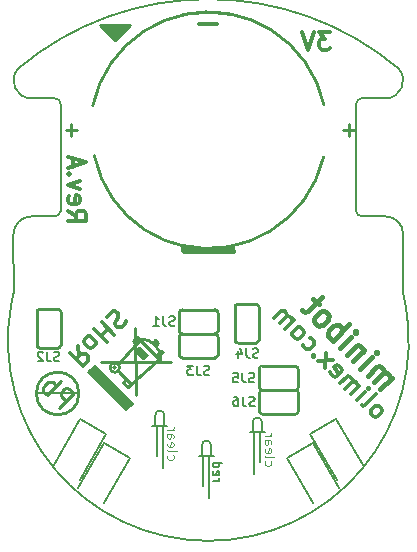
<source format=gbr>
G04 #@! TF.GenerationSoftware,KiCad,Pcbnew,5.0.0-rc2-dev-unknown-6866c0c~65~ubuntu18.04.1*
G04 #@! TF.CreationDate,2018-05-11T09:14:19+03:00*
G04 #@! TF.ProjectId,MiniBot_RevA,4D696E69426F745F526576412E6B6963,rev?*
G04 #@! TF.SameCoordinates,Original*
G04 #@! TF.FileFunction,Legend,Bot*
G04 #@! TF.FilePolarity,Positive*
%FSLAX46Y46*%
G04 Gerber Fmt 4.6, Leading zero omitted, Abs format (unit mm)*
G04 Created by KiCad (PCBNEW 5.0.0-rc2-dev-unknown-6866c0c~65~ubuntu18.04.1) date Fri May 11 09:14:19 2018*
%MOMM*%
%LPD*%
G01*
G04 APERTURE LIST*
%ADD10C,0.200000*%
%ADD11C,0.120000*%
%ADD12C,0.150000*%
%ADD13C,0.450000*%
%ADD14C,0.300000*%
%ADD15C,0.254000*%
%ADD16C,0.400000*%
%ADD17C,0.127000*%
G04 APERTURE END LIST*
D10*
X103768000Y-63905200D02*
G75*
G02X104530000Y-63905200I381000J0D01*
G01*
X104530000Y-63905200D02*
X104530000Y-64794200D01*
X103768000Y-64667200D02*
X103768000Y-63905200D01*
D11*
X96560790Y-66730828D02*
X96522695Y-66807019D01*
X96522695Y-66959400D01*
X96560790Y-67035590D01*
X96598885Y-67073685D01*
X96675076Y-67111780D01*
X96903647Y-67111780D01*
X96979838Y-67073685D01*
X97017933Y-67035590D01*
X97056028Y-66959400D01*
X97056028Y-66807019D01*
X97017933Y-66730828D01*
X96522695Y-66273685D02*
X96560790Y-66349876D01*
X96636980Y-66387971D01*
X97322695Y-66387971D01*
X96560790Y-65664161D02*
X96522695Y-65740352D01*
X96522695Y-65892733D01*
X96560790Y-65968923D01*
X96636980Y-66007019D01*
X96941742Y-66007019D01*
X97017933Y-65968923D01*
X97056028Y-65892733D01*
X97056028Y-65740352D01*
X97017933Y-65664161D01*
X96941742Y-65626066D01*
X96865552Y-65626066D01*
X96789361Y-66007019D01*
X96522695Y-64940352D02*
X96941742Y-64940352D01*
X97017933Y-64978447D01*
X97056028Y-65054638D01*
X97056028Y-65207019D01*
X97017933Y-65283209D01*
X96560790Y-64940352D02*
X96522695Y-65016542D01*
X96522695Y-65207019D01*
X96560790Y-65283209D01*
X96636980Y-65321304D01*
X96713171Y-65321304D01*
X96789361Y-65283209D01*
X96827457Y-65207019D01*
X96827457Y-65016542D01*
X96865552Y-64940352D01*
X96522695Y-64559400D02*
X97056028Y-64559400D01*
X96903647Y-64559400D02*
X96979838Y-64521304D01*
X97017933Y-64483209D01*
X97056028Y-64407019D01*
X97056028Y-64330828D01*
X104815790Y-67238828D02*
X104777695Y-67315019D01*
X104777695Y-67467400D01*
X104815790Y-67543590D01*
X104853885Y-67581685D01*
X104930076Y-67619780D01*
X105158647Y-67619780D01*
X105234838Y-67581685D01*
X105272933Y-67543590D01*
X105311028Y-67467400D01*
X105311028Y-67315019D01*
X105272933Y-67238828D01*
X104777695Y-66781685D02*
X104815790Y-66857876D01*
X104891980Y-66895971D01*
X105577695Y-66895971D01*
X104815790Y-66172161D02*
X104777695Y-66248352D01*
X104777695Y-66400733D01*
X104815790Y-66476923D01*
X104891980Y-66515019D01*
X105196742Y-66515019D01*
X105272933Y-66476923D01*
X105311028Y-66400733D01*
X105311028Y-66248352D01*
X105272933Y-66172161D01*
X105196742Y-66134066D01*
X105120552Y-66134066D01*
X105044361Y-66515019D01*
X104777695Y-65448352D02*
X105196742Y-65448352D01*
X105272933Y-65486447D01*
X105311028Y-65562638D01*
X105311028Y-65715019D01*
X105272933Y-65791209D01*
X104815790Y-65448352D02*
X104777695Y-65524542D01*
X104777695Y-65715019D01*
X104815790Y-65791209D01*
X104891980Y-65829304D01*
X104968171Y-65829304D01*
X105044361Y-65791209D01*
X105082457Y-65715019D01*
X105082457Y-65524542D01*
X105120552Y-65448352D01*
X104777695Y-65067400D02*
X105311028Y-65067400D01*
X105158647Y-65067400D02*
X105234838Y-65029304D01*
X105272933Y-64991209D01*
X105311028Y-64915019D01*
X105311028Y-64838828D01*
D12*
X100383495Y-68883504D02*
X100916828Y-68883504D01*
X100764447Y-68883504D02*
X100840638Y-68845409D01*
X100878733Y-68807314D01*
X100916828Y-68731123D01*
X100916828Y-68654933D01*
X100421590Y-68083504D02*
X100383495Y-68159695D01*
X100383495Y-68312076D01*
X100421590Y-68388266D01*
X100497780Y-68426361D01*
X100802542Y-68426361D01*
X100878733Y-68388266D01*
X100916828Y-68312076D01*
X100916828Y-68159695D01*
X100878733Y-68083504D01*
X100802542Y-68045409D01*
X100726352Y-68045409D01*
X100650161Y-68426361D01*
X100383495Y-67359695D02*
X101183495Y-67359695D01*
X100421590Y-67359695D02*
X100383495Y-67435885D01*
X100383495Y-67588266D01*
X100421590Y-67664457D01*
X100459685Y-67702552D01*
X100535876Y-67740647D01*
X100764447Y-67740647D01*
X100840638Y-67702552D01*
X100878733Y-67664457D01*
X100916828Y-67588266D01*
X100916828Y-67435885D01*
X100878733Y-67359695D01*
D10*
X103895000Y-64794200D02*
X103895000Y-68350200D01*
X104784000Y-64794200D02*
X103514000Y-64794200D01*
X104403000Y-64794200D02*
X104403000Y-67334200D01*
X96529000Y-64210000D02*
X95259000Y-64210000D01*
X96148000Y-64210000D02*
X96148000Y-67766000D01*
X96275000Y-63321000D02*
X96275000Y-64210000D01*
X95513000Y-63321000D02*
G75*
G02X96275000Y-63321000I381000J0D01*
G01*
X95640000Y-64210000D02*
X95640000Y-66750000D01*
X95513000Y-64083000D02*
X95513000Y-63321000D01*
X99577000Y-66750000D02*
X99577000Y-69290000D01*
X100085000Y-66750000D02*
X100085000Y-70306000D01*
X99450000Y-65861000D02*
G75*
G02X100212000Y-65861000I381000J0D01*
G01*
X100212000Y-65861000D02*
X100212000Y-66750000D01*
X99450000Y-66623000D02*
X99450000Y-65861000D01*
X100466000Y-66750000D02*
X99196000Y-66750000D01*
D13*
X114575026Y-61081952D02*
X115517835Y-60139143D01*
X115383148Y-60273830D02*
X115389882Y-60145878D01*
X115336007Y-59957316D01*
X115154180Y-59775488D01*
X114965618Y-59721614D01*
X114770322Y-59795692D01*
X114029544Y-60536470D01*
X114770322Y-59795692D02*
X114844400Y-59600395D01*
X114790525Y-59411834D01*
X114608698Y-59230006D01*
X114420136Y-59176131D01*
X114224840Y-59250209D01*
X113484061Y-59990988D01*
X112877970Y-59384896D02*
X113820779Y-58442087D01*
X114292183Y-57970683D02*
X114285449Y-58098635D01*
X114157496Y-58105370D01*
X114164231Y-57977417D01*
X114292183Y-57970683D01*
X114157496Y-58105370D01*
X113214687Y-57835996D02*
X112271878Y-58778805D01*
X113080000Y-57970683D02*
X113086734Y-57842730D01*
X113032860Y-57654168D01*
X112851032Y-57472341D01*
X112662470Y-57418466D01*
X112467174Y-57492544D01*
X111726396Y-58233322D01*
X111120304Y-57627231D02*
X112063113Y-56684422D01*
X112534518Y-56213017D02*
X112527783Y-56340970D01*
X112399831Y-56347704D01*
X112406565Y-56219752D01*
X112534518Y-56213017D01*
X112399831Y-56347704D01*
X110514213Y-57021139D02*
X111928426Y-55606926D01*
X111389678Y-56145674D02*
X111335803Y-55957112D01*
X111093367Y-55714675D01*
X110904805Y-55660800D01*
X110776852Y-55667535D01*
X110581556Y-55741613D01*
X110177495Y-56145674D01*
X110103417Y-56340970D01*
X110096683Y-56468922D01*
X110150558Y-56657484D01*
X110392994Y-56899921D01*
X110581556Y-56953796D01*
X109180811Y-55687738D02*
X109369373Y-55741613D01*
X109497326Y-55734878D01*
X109692622Y-55660800D01*
X110096683Y-55256739D01*
X110170761Y-55061443D01*
X110177495Y-54933491D01*
X110123620Y-54744929D01*
X109941793Y-54563101D01*
X109753231Y-54509227D01*
X109625278Y-54515961D01*
X109429982Y-54590039D01*
X109025921Y-54994100D01*
X108951843Y-55189396D01*
X108945109Y-55317349D01*
X108998984Y-55505910D01*
X109180811Y-55687738D01*
X109335701Y-53957010D02*
X108850828Y-53472137D01*
X109625278Y-53303778D02*
X108413095Y-54515961D01*
X108217799Y-54590039D01*
X108029237Y-54536164D01*
X107908019Y-54414946D01*
D14*
X113932495Y-63421540D02*
X114084018Y-63472047D01*
X114185033Y-63472047D01*
X114336556Y-63421540D01*
X114639602Y-63118494D01*
X114690109Y-62966971D01*
X114690109Y-62865956D01*
X114639602Y-62714433D01*
X114488079Y-62562910D01*
X114336556Y-62512402D01*
X114235541Y-62512402D01*
X114084018Y-62562910D01*
X113780972Y-62865956D01*
X113730464Y-63017479D01*
X113730464Y-63118494D01*
X113780972Y-63270017D01*
X113932495Y-63421540D01*
X112972850Y-62461895D02*
X113124373Y-62512402D01*
X113275896Y-62461895D01*
X114185033Y-61552758D01*
X112568789Y-62057834D02*
X113275896Y-61350727D01*
X113629449Y-60997174D02*
X113629449Y-61098189D01*
X113528434Y-61098189D01*
X113528434Y-60997174D01*
X113629449Y-60997174D01*
X113528434Y-61098189D01*
X112063713Y-61552758D02*
X112770819Y-60845651D01*
X112669804Y-60946666D02*
X112669804Y-60845651D01*
X112619297Y-60694128D01*
X112467774Y-60542605D01*
X112316251Y-60492097D01*
X112164728Y-60542605D01*
X111609144Y-61098189D01*
X112164728Y-60542605D02*
X112215236Y-60391082D01*
X112164728Y-60239559D01*
X112013205Y-60088036D01*
X111861682Y-60037529D01*
X111710159Y-60088036D01*
X111154575Y-60643620D01*
X110295946Y-59683975D02*
X110346453Y-59835498D01*
X110548484Y-60037529D01*
X110700007Y-60088036D01*
X110851530Y-60037529D01*
X111255591Y-59633468D01*
X111306098Y-59481945D01*
X111255591Y-59330422D01*
X111053560Y-59128391D01*
X110902037Y-59077884D01*
X110750514Y-59128391D01*
X110649499Y-59229407D01*
X111053560Y-59835498D01*
X109841377Y-59330422D02*
X109992900Y-58067731D01*
X110548484Y-58623315D02*
X109285793Y-58774838D01*
X108982747Y-58269762D02*
X108881732Y-58269762D01*
X108881732Y-58370777D01*
X108982747Y-58370777D01*
X108982747Y-58269762D01*
X108881732Y-58370777D01*
X107972595Y-57360624D02*
X108023102Y-57512147D01*
X108225133Y-57714178D01*
X108376656Y-57764686D01*
X108477671Y-57764686D01*
X108629194Y-57714178D01*
X108932240Y-57411132D01*
X108982747Y-57259609D01*
X108982747Y-57158594D01*
X108932240Y-57007071D01*
X108730209Y-56805041D01*
X108578686Y-56754533D01*
X107315996Y-56805041D02*
X107467519Y-56855548D01*
X107568534Y-56855548D01*
X107720057Y-56805041D01*
X108023102Y-56501995D01*
X108073610Y-56350472D01*
X108073610Y-56249457D01*
X108023102Y-56097934D01*
X107871580Y-55946411D01*
X107720057Y-55895903D01*
X107619041Y-55895903D01*
X107467519Y-55946411D01*
X107164473Y-56249457D01*
X107113965Y-56400980D01*
X107113965Y-56501995D01*
X107164473Y-56653518D01*
X107315996Y-56805041D01*
X106507874Y-55996919D02*
X107214980Y-55289812D01*
X107113965Y-55390827D02*
X107113965Y-55289812D01*
X107063458Y-55138289D01*
X106911935Y-54986766D01*
X106760412Y-54936258D01*
X106608889Y-54986766D01*
X106053305Y-55542350D01*
X106608889Y-54986766D02*
X106659397Y-54835243D01*
X106608889Y-54683720D01*
X106457366Y-54532197D01*
X106305843Y-54481690D01*
X106154320Y-54532197D01*
X105598736Y-55087781D01*
X88934369Y-57465030D02*
X89085892Y-58323660D01*
X88328277Y-58071122D02*
X89388938Y-59131782D01*
X89792999Y-58727721D01*
X89843506Y-58576198D01*
X89843506Y-58475183D01*
X89792999Y-58323660D01*
X89641476Y-58172137D01*
X89489953Y-58121629D01*
X89388938Y-58121629D01*
X89237415Y-58172137D01*
X88833354Y-58576198D01*
X89540461Y-56858939D02*
X89489953Y-57010461D01*
X89489953Y-57111477D01*
X89540461Y-57263000D01*
X89843506Y-57566045D01*
X89995029Y-57616553D01*
X90096044Y-57616553D01*
X90247567Y-57566045D01*
X90399090Y-57414522D01*
X90449598Y-57263000D01*
X90449598Y-57161984D01*
X90399090Y-57010461D01*
X90096044Y-56707416D01*
X89944522Y-56656908D01*
X89843506Y-56656908D01*
X89691983Y-56707416D01*
X89540461Y-56858939D01*
X90348583Y-56050817D02*
X91409243Y-57111477D01*
X90904166Y-56606400D02*
X91510258Y-56000309D01*
X90954674Y-55444725D02*
X92015334Y-56505385D01*
X91459750Y-55040664D02*
X91560766Y-54838633D01*
X91813304Y-54586095D01*
X91964827Y-54535588D01*
X92065842Y-54535588D01*
X92217365Y-54586095D01*
X92318380Y-54687111D01*
X92368888Y-54838633D01*
X92368888Y-54939649D01*
X92318380Y-55091172D01*
X92166857Y-55343710D01*
X92116350Y-55495233D01*
X92116350Y-55596248D01*
X92166857Y-55747771D01*
X92267872Y-55848786D01*
X92419395Y-55899294D01*
X92520411Y-55899294D01*
X92671933Y-55848786D01*
X92924472Y-55596248D01*
X93025487Y-55394217D01*
X88121428Y-46000000D02*
X88835714Y-46500000D01*
X88121428Y-46857142D02*
X89621428Y-46857142D01*
X89621428Y-46285714D01*
X89550000Y-46142857D01*
X89478571Y-46071428D01*
X89335714Y-46000000D01*
X89121428Y-46000000D01*
X88978571Y-46071428D01*
X88907142Y-46142857D01*
X88835714Y-46285714D01*
X88835714Y-46857142D01*
X88192857Y-44785714D02*
X88121428Y-44928571D01*
X88121428Y-45214285D01*
X88192857Y-45357142D01*
X88335714Y-45428571D01*
X88907142Y-45428571D01*
X89050000Y-45357142D01*
X89121428Y-45214285D01*
X89121428Y-44928571D01*
X89050000Y-44785714D01*
X88907142Y-44714285D01*
X88764285Y-44714285D01*
X88621428Y-45428571D01*
X89121428Y-44214285D02*
X88121428Y-43857142D01*
X89121428Y-43500000D01*
X88264285Y-42928571D02*
X88192857Y-42857142D01*
X88121428Y-42928571D01*
X88192857Y-43000000D01*
X88264285Y-42928571D01*
X88121428Y-42928571D01*
X88550000Y-42285714D02*
X88550000Y-41571428D01*
X88121428Y-42428571D02*
X89621428Y-41928571D01*
X88121428Y-41428571D01*
X110292857Y-30878571D02*
X109364285Y-30878571D01*
X109864285Y-31450000D01*
X109650000Y-31450000D01*
X109507142Y-31521428D01*
X109435714Y-31592857D01*
X109364285Y-31735714D01*
X109364285Y-32092857D01*
X109435714Y-32235714D01*
X109507142Y-32307142D01*
X109650000Y-32378571D01*
X110078571Y-32378571D01*
X110221428Y-32307142D01*
X110292857Y-32235714D01*
X108935714Y-30878571D02*
X108435714Y-32378571D01*
X107935714Y-30878571D01*
D10*
X83890090Y-33990991D02*
G75*
G03X85000000Y-36500000I1109910J-1009009D01*
G01*
X87000000Y-36500000D02*
X85000000Y-36500000D01*
X87000000Y-36500000D02*
G75*
G02X87500000Y-37000000I0J-500000D01*
G01*
X87500000Y-46000000D02*
G75*
G02X87000000Y-46500000I-500000J0D01*
G01*
X87500000Y-37000000D02*
X87500000Y-46000000D01*
X83500000Y-48000000D02*
G75*
G02X85000000Y-46500000I1500000J0D01*
G01*
X85000000Y-46500000D02*
X87000000Y-46500000D01*
X83500000Y-48000000D02*
X83507351Y-53003128D01*
X83300001Y-54000001D02*
G75*
G03X83507351Y-53003128I-2292650J996873D01*
G01*
X116699999Y-54000001D02*
G75*
G02X83300001Y-54000001I-16699999J-2999999D01*
G01*
X83888575Y-33986445D02*
G75*
G02X116080000Y-33960000I16111425J-19113555D01*
G01*
X113000000Y-46500000D02*
G75*
G02X112500000Y-46000000I0J500000D01*
G01*
X112500000Y-37000000D02*
G75*
G02X113000000Y-36500000I500000J0D01*
G01*
X116085033Y-33964287D02*
G75*
G02X115000000Y-36500000I-1085033J-1035713D01*
G01*
X115000000Y-46500000D02*
G75*
G02X116500000Y-48000000I0J-1500000D01*
G01*
X116700158Y-54005537D02*
G75*
G02X116489021Y-53000000I2288863J1005537D01*
G01*
X116500000Y-48000000D02*
X116490000Y-53000000D01*
X113000000Y-46500000D02*
X115000000Y-46500000D01*
X112500000Y-37000000D02*
X112500000Y-46000000D01*
X115000000Y-36500000D02*
X113000000Y-36500000D01*
D15*
X97773600Y-58469600D02*
G75*
G02X97519600Y-58215600I0J254000D01*
G01*
X100821600Y-58215600D02*
G75*
G02X100567600Y-58469600I-254000J0D01*
G01*
X100567600Y-56437600D02*
G75*
G02X100821600Y-56691600I0J-254000D01*
G01*
X97519600Y-56691600D02*
G75*
G02X97773600Y-56437600I254000J0D01*
G01*
X100567600Y-56437600D02*
X97773600Y-56437600D01*
X100821600Y-58215600D02*
X100821600Y-56691600D01*
X97519600Y-58215600D02*
X97519600Y-56691600D01*
X97773600Y-58469600D02*
X100567600Y-58469600D01*
X109753600Y-41486000D02*
G75*
G02X97714000Y-48953600I-9753600J2286000D01*
G01*
X90221000Y-37091800D02*
G75*
G02X102108200Y-29421000I9779000J-2108200D01*
G01*
X97815600Y-29421000D02*
G75*
G02X109779000Y-37015600I2184400J-9779000D01*
G01*
D16*
X102050000Y-49400000D02*
X97950000Y-49400000D01*
D15*
X102057400Y-49055200D02*
G75*
G02X90348000Y-41359000I-2006600J9702800D01*
G01*
D14*
X102108200Y-49436200D02*
X102108200Y-49055200D01*
X97891800Y-49436200D02*
X97891800Y-49055200D01*
X98069600Y-49461600D02*
X98069600Y-49080600D01*
X101930400Y-49461600D02*
X101930400Y-49080600D01*
D15*
X92380000Y-31326000D02*
X91872000Y-31326000D01*
X92634000Y-31072000D02*
X91618000Y-31072000D01*
X92888000Y-30818000D02*
X91364000Y-30818000D01*
X93142000Y-30564000D02*
X91110000Y-30564000D01*
X92126000Y-31580000D02*
X93396000Y-30310000D01*
X93396000Y-30310000D02*
X90856000Y-30310000D01*
X90856000Y-30310000D02*
X92126000Y-31580000D01*
D12*
X89170148Y-63665295D02*
X86947648Y-67514778D01*
X91369852Y-64935295D02*
X89170148Y-63665295D01*
X89147352Y-68784778D02*
X91369852Y-64935295D01*
X106630148Y-66935295D02*
X108852648Y-70784778D01*
X108829852Y-65665295D02*
X106630148Y-66935295D01*
X111052352Y-69514778D02*
X108829852Y-65665295D01*
X91147352Y-70784778D02*
X93369852Y-66935295D01*
X93369852Y-66935295D02*
X91170148Y-65665295D01*
X91170148Y-65665295D02*
X88947648Y-69514778D01*
X108630148Y-64935295D02*
X110852648Y-68784778D01*
X110829852Y-63665295D02*
X108630148Y-64935295D01*
X113052352Y-67514778D02*
X110829852Y-63665295D01*
D15*
X97773600Y-56437600D02*
X100567600Y-56437600D01*
X97519600Y-56183600D02*
X97519600Y-54659600D01*
X100821600Y-56183600D02*
X100821600Y-54659600D01*
X100567600Y-54405600D02*
X97773600Y-54405600D01*
X97519600Y-54659600D02*
G75*
G02X97773600Y-54405600I254000J0D01*
G01*
X100567600Y-54405600D02*
G75*
G02X100821600Y-54659600I0J-254000D01*
G01*
X100821600Y-56183600D02*
G75*
G02X100567600Y-56437600I-254000J0D01*
G01*
X97773600Y-56437600D02*
G75*
G02X97519600Y-56183600I0J254000D01*
G01*
X85484000Y-54603000D02*
G75*
G02X85738000Y-54349000I254000J0D01*
G01*
X85738000Y-57651000D02*
G75*
G02X85484000Y-57397000I0J254000D01*
G01*
X87516000Y-57397000D02*
G75*
G02X87262000Y-57651000I-254000J0D01*
G01*
X87262000Y-54349000D02*
G75*
G02X87516000Y-54603000I0J-254000D01*
G01*
X87516000Y-57397000D02*
X87516000Y-54603000D01*
X85738000Y-57651000D02*
X87262000Y-57651000D01*
X85738000Y-54349000D02*
X87262000Y-54349000D01*
X85484000Y-54603000D02*
X85484000Y-57397000D01*
D12*
X90373231Y-59149562D02*
X89834416Y-59688377D01*
X93606124Y-62382454D02*
X90373231Y-59149562D01*
X93067308Y-62921270D02*
X93606124Y-62382454D01*
X89834416Y-59688377D02*
X93067308Y-62921270D01*
X90373231Y-59221404D02*
X93498361Y-62346533D01*
X93462439Y-62454296D02*
X90301389Y-59293246D01*
X90193626Y-59401009D02*
X93318755Y-62526138D01*
X90085863Y-59508772D02*
X93210992Y-62633901D01*
X93426518Y-62490217D02*
X90301389Y-59365088D01*
X93318755Y-62597980D02*
X90157705Y-59436930D01*
X90049942Y-59616535D02*
X93139150Y-62705743D01*
X93103229Y-62813506D02*
X89978100Y-59688377D01*
D15*
X96837602Y-58859648D02*
X90910633Y-58859648D01*
X93874117Y-61643528D02*
X93784314Y-55985966D01*
X93425104Y-60655699D02*
X92437276Y-59667871D01*
X93425104Y-60655699D02*
X95759971Y-58680043D01*
X96029379Y-58769846D02*
X93963920Y-56704387D01*
X92796486Y-60565897D02*
X92976091Y-60386292D01*
X93155697Y-60925107D02*
X92796486Y-60565897D01*
X93425104Y-60655699D02*
X93155697Y-60925107D01*
X92437276Y-58949451D02*
X93784314Y-57422807D01*
X92479675Y-59308661D02*
G75*
G03X92479675Y-59308661I-401609J0D01*
G01*
X96029379Y-57871820D02*
X95670168Y-58231030D01*
X96119181Y-57961623D02*
X96029379Y-57871820D01*
X95759971Y-58320833D02*
X96119181Y-57961623D01*
X93604709Y-57063597D02*
X93963920Y-56704387D01*
X93874117Y-57333005D02*
X93604709Y-57063597D01*
X94233327Y-56973794D02*
X93874117Y-57333005D01*
X94053722Y-56973794D02*
X93963920Y-57063597D01*
X94143525Y-56883992D02*
X93784314Y-57063597D01*
X94053722Y-56973794D02*
X93963920Y-57063597D01*
X93963920Y-56883992D02*
X93694512Y-57153400D01*
X94053722Y-56973794D02*
X93963920Y-56883992D01*
X93784314Y-57243202D02*
X94053722Y-56973794D01*
X94502735Y-58500438D02*
X94772143Y-58231030D01*
X93874117Y-57871820D02*
X94502735Y-58500438D01*
X94143525Y-57602412D02*
X93874117Y-57871820D01*
X94772143Y-58231030D02*
X94143525Y-57602412D01*
X94592538Y-58231030D02*
X94143525Y-57782017D01*
X95490563Y-56973794D02*
X95759971Y-57243202D01*
X95400761Y-57063597D02*
X95490563Y-56973794D01*
X95670168Y-57333005D02*
X95400761Y-57063597D01*
X95759971Y-57243202D02*
X95670168Y-57333005D01*
X94323130Y-56883992D02*
G75*
G02X95939576Y-58500438I0J-1616446D01*
G01*
D17*
X92205067Y-59308661D02*
G75*
G03X92205067Y-59308661I-127001J0D01*
G01*
D15*
X89045631Y-61489374D02*
G75*
G03X89045631Y-61489374I-1802237J0D01*
G01*
D10*
X88886781Y-61487578D02*
X85454527Y-61478597D01*
D15*
X102244000Y-54177000D02*
X102244000Y-56971000D01*
X102498000Y-53923000D02*
X104022000Y-53923000D01*
X102498000Y-57225000D02*
X104022000Y-57225000D01*
X104276000Y-56971000D02*
X104276000Y-54177000D01*
X104022000Y-53923000D02*
G75*
G02X104276000Y-54177000I0J-254000D01*
G01*
X104276000Y-56971000D02*
G75*
G02X104022000Y-57225000I-254000J0D01*
G01*
X102498000Y-57225000D02*
G75*
G02X102244000Y-56971000I0J254000D01*
G01*
X102244000Y-54177000D02*
G75*
G02X102498000Y-53923000I254000J0D01*
G01*
X104555400Y-61212800D02*
G75*
G02X104301400Y-60958800I0J254000D01*
G01*
X107603400Y-60958800D02*
G75*
G02X107349400Y-61212800I-254000J0D01*
G01*
X107349400Y-59180800D02*
G75*
G02X107603400Y-59434800I0J-254000D01*
G01*
X104301400Y-59434800D02*
G75*
G02X104555400Y-59180800I254000J0D01*
G01*
X107349400Y-59180800D02*
X104555400Y-59180800D01*
X107603400Y-60958800D02*
X107603400Y-59434800D01*
X104301400Y-60958800D02*
X104301400Y-59434800D01*
X104555400Y-61212800D02*
X107349400Y-61212800D01*
X104580800Y-63244800D02*
X107374800Y-63244800D01*
X104326800Y-62990800D02*
X104326800Y-61466800D01*
X107628800Y-62990800D02*
X107628800Y-61466800D01*
X107374800Y-61212800D02*
X104580800Y-61212800D01*
X104326800Y-61466800D02*
G75*
G02X104580800Y-61212800I254000J0D01*
G01*
X107374800Y-61212800D02*
G75*
G02X107628800Y-61466800I0J-254000D01*
G01*
X107628800Y-62990800D02*
G75*
G02X107374800Y-63244800I-254000J0D01*
G01*
X104580800Y-63244800D02*
G75*
G02X104326800Y-62990800I0J254000D01*
G01*
D10*
X100059485Y-59911009D02*
X99945200Y-59949104D01*
X99754723Y-59949104D01*
X99678533Y-59911009D01*
X99640438Y-59872914D01*
X99602342Y-59796723D01*
X99602342Y-59720533D01*
X99640438Y-59644342D01*
X99678533Y-59606247D01*
X99754723Y-59568152D01*
X99907104Y-59530057D01*
X99983295Y-59491961D01*
X100021390Y-59453866D01*
X100059485Y-59377676D01*
X100059485Y-59301485D01*
X100021390Y-59225295D01*
X99983295Y-59187200D01*
X99907104Y-59149104D01*
X99716628Y-59149104D01*
X99602342Y-59187200D01*
X99030914Y-59149104D02*
X99030914Y-59720533D01*
X99069009Y-59834819D01*
X99145200Y-59911009D01*
X99259485Y-59949104D01*
X99335676Y-59949104D01*
X98726152Y-59149104D02*
X98230914Y-59149104D01*
X98497580Y-59453866D01*
X98383295Y-59453866D01*
X98307104Y-59491961D01*
X98269009Y-59530057D01*
X98230914Y-59606247D01*
X98230914Y-59796723D01*
X98269009Y-59872914D01*
X98307104Y-59911009D01*
X98383295Y-59949104D01*
X98611866Y-59949104D01*
X98688057Y-59911009D01*
X98726152Y-59872914D01*
D15*
X111903857Y-38704761D02*
X111903857Y-39695238D01*
X112399095Y-39200000D02*
X111408619Y-39200000D01*
X88408857Y-38704761D02*
X88408857Y-39695238D01*
X88904095Y-39200000D02*
X87913619Y-39200000D01*
D14*
X100761904Y-30198857D02*
X99238095Y-30198857D01*
D10*
X97163885Y-55720009D02*
X97049600Y-55758104D01*
X96859123Y-55758104D01*
X96782933Y-55720009D01*
X96744838Y-55681914D01*
X96706742Y-55605723D01*
X96706742Y-55529533D01*
X96744838Y-55453342D01*
X96782933Y-55415247D01*
X96859123Y-55377152D01*
X97011504Y-55339057D01*
X97087695Y-55300961D01*
X97125790Y-55262866D01*
X97163885Y-55186676D01*
X97163885Y-55110485D01*
X97125790Y-55034295D01*
X97087695Y-54996200D01*
X97011504Y-54958104D01*
X96821028Y-54958104D01*
X96706742Y-54996200D01*
X96135314Y-54958104D02*
X96135314Y-55529533D01*
X96173409Y-55643819D01*
X96249600Y-55720009D01*
X96363885Y-55758104D01*
X96440076Y-55758104D01*
X95335314Y-55758104D02*
X95792457Y-55758104D01*
X95563885Y-55758104D02*
X95563885Y-54958104D01*
X95640076Y-55072390D01*
X95716266Y-55148580D01*
X95792457Y-55186676D01*
X87364285Y-58723809D02*
X87250000Y-58761904D01*
X87059523Y-58761904D01*
X86983333Y-58723809D01*
X86945238Y-58685714D01*
X86907142Y-58609523D01*
X86907142Y-58533333D01*
X86945238Y-58457142D01*
X86983333Y-58419047D01*
X87059523Y-58380952D01*
X87211904Y-58342857D01*
X87288095Y-58304761D01*
X87326190Y-58266666D01*
X87364285Y-58190476D01*
X87364285Y-58114285D01*
X87326190Y-58038095D01*
X87288095Y-58000000D01*
X87211904Y-57961904D01*
X87021428Y-57961904D01*
X86907142Y-58000000D01*
X86335714Y-57961904D02*
X86335714Y-58533333D01*
X86373809Y-58647619D01*
X86450000Y-58723809D01*
X86564285Y-58761904D01*
X86640476Y-58761904D01*
X85992857Y-58038095D02*
X85954761Y-58000000D01*
X85878571Y-57961904D01*
X85688095Y-57961904D01*
X85611904Y-58000000D01*
X85573809Y-58038095D01*
X85535714Y-58114285D01*
X85535714Y-58190476D01*
X85573809Y-58304761D01*
X86030952Y-58761904D01*
X85535714Y-58761904D01*
D15*
X87388960Y-62693800D02*
X88591042Y-61491718D01*
X88186981Y-61087657D01*
X88028723Y-61043884D01*
X87920974Y-61050618D01*
X87755982Y-61114595D01*
X87584256Y-61286320D01*
X87520280Y-61451312D01*
X87513546Y-61559062D01*
X87557319Y-61717319D01*
X87961380Y-62121380D01*
X86328300Y-61633140D02*
X87530381Y-60431058D01*
X87072446Y-60888994D02*
X87028672Y-60730737D01*
X86826642Y-60528706D01*
X86668385Y-60484933D01*
X86560635Y-60491667D01*
X86395643Y-60555643D01*
X86052192Y-60899095D01*
X85988215Y-61064087D01*
X85981481Y-61171837D01*
X86025254Y-61330094D01*
X86227285Y-61532124D01*
X86385542Y-61575898D01*
D10*
X104225085Y-58412409D02*
X104110800Y-58450504D01*
X103920323Y-58450504D01*
X103844133Y-58412409D01*
X103806038Y-58374314D01*
X103767942Y-58298123D01*
X103767942Y-58221933D01*
X103806038Y-58145742D01*
X103844133Y-58107647D01*
X103920323Y-58069552D01*
X104072704Y-58031457D01*
X104148895Y-57993361D01*
X104186990Y-57955266D01*
X104225085Y-57879076D01*
X104225085Y-57802885D01*
X104186990Y-57726695D01*
X104148895Y-57688600D01*
X104072704Y-57650504D01*
X103882228Y-57650504D01*
X103767942Y-57688600D01*
X103196514Y-57650504D02*
X103196514Y-58221933D01*
X103234609Y-58336219D01*
X103310800Y-58412409D01*
X103425085Y-58450504D01*
X103501276Y-58450504D01*
X102472704Y-57917171D02*
X102472704Y-58450504D01*
X102663180Y-57612409D02*
X102853657Y-58183838D01*
X102358419Y-58183838D01*
X103894885Y-60520609D02*
X103780600Y-60558704D01*
X103590123Y-60558704D01*
X103513933Y-60520609D01*
X103475838Y-60482514D01*
X103437742Y-60406323D01*
X103437742Y-60330133D01*
X103475838Y-60253942D01*
X103513933Y-60215847D01*
X103590123Y-60177752D01*
X103742504Y-60139657D01*
X103818695Y-60101561D01*
X103856790Y-60063466D01*
X103894885Y-59987276D01*
X103894885Y-59911085D01*
X103856790Y-59834895D01*
X103818695Y-59796800D01*
X103742504Y-59758704D01*
X103552028Y-59758704D01*
X103437742Y-59796800D01*
X102866314Y-59758704D02*
X102866314Y-60330133D01*
X102904409Y-60444419D01*
X102980600Y-60520609D01*
X103094885Y-60558704D01*
X103171076Y-60558704D01*
X102104409Y-59758704D02*
X102485361Y-59758704D01*
X102523457Y-60139657D01*
X102485361Y-60101561D01*
X102409171Y-60063466D01*
X102218695Y-60063466D01*
X102142504Y-60101561D01*
X102104409Y-60139657D01*
X102066314Y-60215847D01*
X102066314Y-60406323D01*
X102104409Y-60482514D01*
X102142504Y-60520609D01*
X102218695Y-60558704D01*
X102409171Y-60558704D01*
X102485361Y-60520609D01*
X102523457Y-60482514D01*
X103920285Y-62527209D02*
X103806000Y-62565304D01*
X103615523Y-62565304D01*
X103539333Y-62527209D01*
X103501238Y-62489114D01*
X103463142Y-62412923D01*
X103463142Y-62336733D01*
X103501238Y-62260542D01*
X103539333Y-62222447D01*
X103615523Y-62184352D01*
X103767904Y-62146257D01*
X103844095Y-62108161D01*
X103882190Y-62070066D01*
X103920285Y-61993876D01*
X103920285Y-61917685D01*
X103882190Y-61841495D01*
X103844095Y-61803400D01*
X103767904Y-61765304D01*
X103577428Y-61765304D01*
X103463142Y-61803400D01*
X102891714Y-61765304D02*
X102891714Y-62336733D01*
X102929809Y-62451019D01*
X103006000Y-62527209D01*
X103120285Y-62565304D01*
X103196476Y-62565304D01*
X102167904Y-61765304D02*
X102320285Y-61765304D01*
X102396476Y-61803400D01*
X102434571Y-61841495D01*
X102510761Y-61955780D01*
X102548857Y-62108161D01*
X102548857Y-62412923D01*
X102510761Y-62489114D01*
X102472666Y-62527209D01*
X102396476Y-62565304D01*
X102244095Y-62565304D01*
X102167904Y-62527209D01*
X102129809Y-62489114D01*
X102091714Y-62412923D01*
X102091714Y-62222447D01*
X102129809Y-62146257D01*
X102167904Y-62108161D01*
X102244095Y-62070066D01*
X102396476Y-62070066D01*
X102472666Y-62108161D01*
X102510761Y-62146257D01*
X102548857Y-62222447D01*
M02*

</source>
